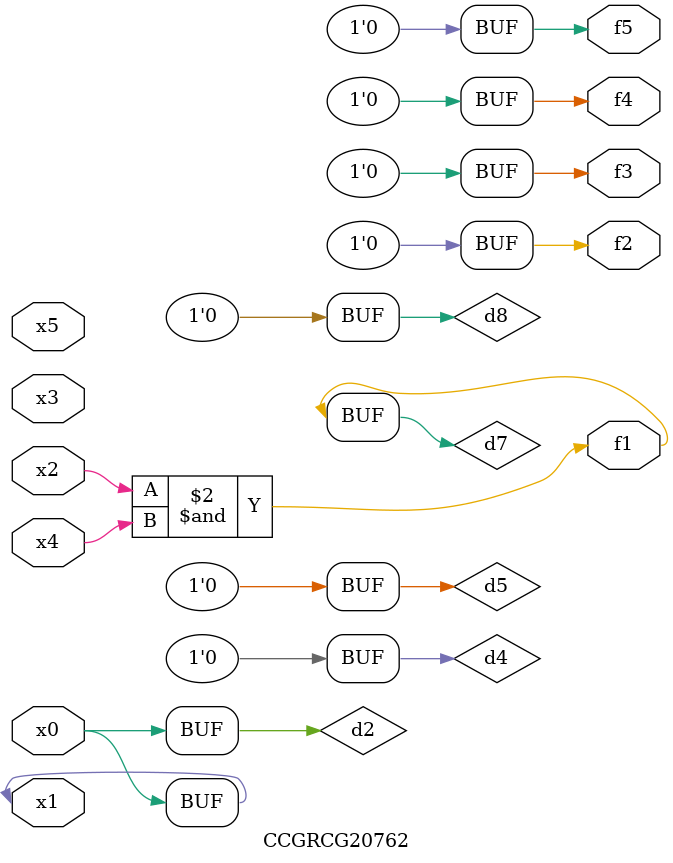
<source format=v>
module CCGRCG20762(
	input x0, x1, x2, x3, x4, x5,
	output f1, f2, f3, f4, f5
);

	wire d1, d2, d3, d4, d5, d6, d7, d8, d9;

	nand (d1, x1);
	buf (d2, x0, x1);
	nand (d3, x2, x4);
	and (d4, d1, d2);
	and (d5, d1, d2);
	nand (d6, d1, d3);
	not (d7, d3);
	xor (d8, d5);
	nor (d9, d5, d6);
	assign f1 = d7;
	assign f2 = d8;
	assign f3 = d8;
	assign f4 = d8;
	assign f5 = d8;
endmodule

</source>
